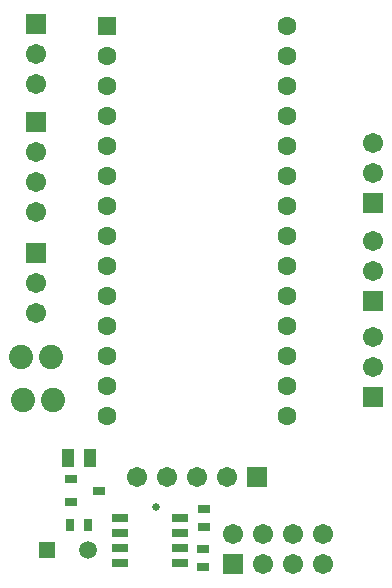
<source format=gbs>
G04 Layer_Color=16711935*
%FSLAX44Y44*%
%MOMM*%
G71*
G01*
G75*
%ADD32R,0.8032X1.1032*%
%ADD33R,1.1032X0.8032*%
%ADD34C,2.0532*%
%ADD35R,1.4032X1.4032*%
%ADD36C,1.5032*%
%ADD37C,1.6032*%
%ADD38R,1.6032X1.6032*%
%ADD39C,1.7032*%
%ADD40R,1.7032X1.7032*%
%ADD41R,1.7032X1.7032*%
%ADD42C,0.6532*%
%ADD43R,1.3972X0.7622*%
%ADD44R,1.1400X0.6900*%
%ADD45R,1.1032X1.5032*%
D32*
X326500Y307000D02*
D03*
X341500D02*
D03*
D33*
X440000Y320500D02*
D03*
Y305500D02*
D03*
X439000Y286500D02*
D03*
Y271500D02*
D03*
D34*
X285300Y449000D02*
D03*
X310700D02*
D03*
X286300Y413000D02*
D03*
X311700D02*
D03*
D35*
X306500Y286000D02*
D03*
D36*
X341500D02*
D03*
D37*
X510000Y398900D02*
D03*
Y424300D02*
D03*
Y449700D02*
D03*
Y475100D02*
D03*
Y500500D02*
D03*
Y525900D02*
D03*
Y551300D02*
D03*
Y576700D02*
D03*
Y602100D02*
D03*
Y627500D02*
D03*
Y652900D02*
D03*
Y678300D02*
D03*
Y703700D02*
D03*
Y729100D02*
D03*
X358000Y398900D02*
D03*
Y424300D02*
D03*
Y449700D02*
D03*
Y475100D02*
D03*
Y500500D02*
D03*
Y525900D02*
D03*
Y551300D02*
D03*
Y576700D02*
D03*
Y602100D02*
D03*
Y627500D02*
D03*
Y652900D02*
D03*
Y678300D02*
D03*
Y703700D02*
D03*
D38*
Y729100D02*
D03*
D39*
X583000Y465800D02*
D03*
Y440400D02*
D03*
Y630800D02*
D03*
Y605400D02*
D03*
X298000Y486200D02*
D03*
Y511600D02*
D03*
Y680700D02*
D03*
Y706100D02*
D03*
X583000Y547800D02*
D03*
Y522400D02*
D03*
X489400Y274000D02*
D03*
X514800D02*
D03*
X540200D02*
D03*
X464000Y299400D02*
D03*
X489400D02*
D03*
X514800D02*
D03*
X540200D02*
D03*
X459600Y348000D02*
D03*
X434200D02*
D03*
X408800D02*
D03*
X383400D02*
D03*
X298000Y623100D02*
D03*
Y597700D02*
D03*
Y572300D02*
D03*
D40*
X583000Y415000D02*
D03*
Y580000D02*
D03*
X298000Y537000D02*
D03*
Y731500D02*
D03*
X583000Y497000D02*
D03*
X298000Y648500D02*
D03*
D41*
X464000Y274000D02*
D03*
X485000Y348000D02*
D03*
D42*
X399000Y322000D02*
D03*
D43*
X419270Y313050D02*
D03*
Y300350D02*
D03*
Y287650D02*
D03*
Y274950D02*
D03*
X368730Y313050D02*
D03*
Y300350D02*
D03*
Y287650D02*
D03*
Y274950D02*
D03*
D44*
X327150Y326500D02*
D03*
Y345500D02*
D03*
X350850Y336000D02*
D03*
D45*
X324500Y364000D02*
D03*
X343500D02*
D03*
M02*

</source>
